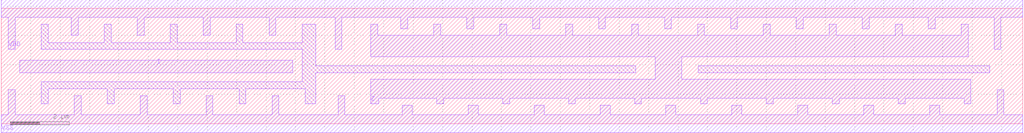
<source format=lef>
# Copyright 2022 GlobalFoundries PDK Authors
#
# Licensed under the Apache License, Version 2.0 (the "License");
# you may not use this file except in compliance with the License.
# You may obtain a copy of the License at
#
#      http://www.apache.org/licenses/LICENSE-2.0
#
# Unless required by applicable law or agreed to in writing, software
# distributed under the License is distributed on an "AS IS" BASIS,
# WITHOUT WARRANTIES OR CONDITIONS OF ANY KIND, either express or implied.
# See the License for the specific language governing permissions and
# limitations under the License.

MACRO gf180mcu_fd_sc_mcu7t5v0__buf_20
  CLASS core ;
  FOREIGN gf180mcu_fd_sc_mcu7t5v0__buf_20 0.0 0.0 ;
  ORIGIN 0 0 ;
  SYMMETRY X Y ;
  SITE GF018hv5v_mcu_sc7 ;
  SIZE 34.72 BY 3.92 ;
  PIN I
    DIRECTION INPUT ;
    ANTENNAGATEAREA 11.02 ;
    PORT
      LAYER Metal1 ;
        POLYGON 0.63 1.74 9.9 1.74 9.9 2.15 0.63 2.15  ;
    END
  END I
  PIN Z
    DIRECTION OUTPUT ;
    ANTENNADIFFAREA 11.828 ;
    PORT
      LAYER Metal1 ;
        POLYGON 12.565 2.27 21.57 2.27 22.23 2.27 22.23 1.51 12.565 1.51 12.565 0.675 12.825 0.675 12.825 0.865 14.805 0.865 14.805 0.675 15.035 0.675 15.035 0.865 17.045 0.865 17.045 0.675 17.275 0.675 17.275 0.865 19.285 0.865 19.285 0.675 19.515 0.675 19.515 0.865 21.525 0.865 21.525 0.675 21.755 0.675 21.755 0.865 23.765 0.865 23.765 0.675 23.995 0.675 23.995 0.865 26.005 0.865 26.005 0.675 26.235 0.675 26.235 0.865 28.245 0.865 28.245 0.675 28.475 0.675 28.475 0.865 30.485 0.865 30.485 0.675 30.715 0.675 30.715 0.865 32.725 0.865 32.725 0.675 32.955 0.675 32.955 1.51 23.13 1.51 23.13 2.27 32.855 2.27 32.855 3.38 32.625 3.38 32.625 3 30.615 3 30.615 3.38 30.385 3.38 30.385 3 28.375 3 28.375 3.38 28.145 3.38 28.145 3 26.135 3 26.135 3.38 25.905 3.38 25.905 3 23.895 3 23.895 3.38 23.665 3.38 23.665 3 21.655 3 21.655 3.38 21.57 3.38 21.425 3.38 21.425 3 19.415 3 19.415 3.38 19.185 3.38 19.185 3 17.175 3 17.175 3.38 16.945 3.38 16.945 3 14.935 3 14.935 3.38 14.705 3.38 14.705 3 12.795 3 12.795 3.38 12.565 3.38  ;
    END
  END Z
  PIN VDD
    DIRECTION INOUT ;
    USE power ;
    SHAPE ABUTMENT ;
    PORT
      LAYER Metal1 ;
        POLYGON 0 3.62 0.245 3.62 0.245 2.53 0.475 2.53 0.475 3.62 2.385 3.62 2.385 3 2.615 3 2.615 3.62 4.625 3.62 4.625 3 4.855 3 4.855 3.62 6.865 3.62 6.865 3 7.095 3 7.095 3.62 9.105 3.62 9.105 3 9.335 3 9.335 3.62 11.345 3.62 11.345 2.53 11.575 2.53 11.575 3.62 13.585 3.62 13.585 3.23 13.815 3.23 13.815 3.62 15.825 3.62 15.825 3.23 16.055 3.23 16.055 3.62 18.065 3.62 18.065 3.23 18.295 3.23 18.295 3.62 20.305 3.62 20.305 3.23 20.535 3.23 20.535 3.62 21.57 3.62 22.545 3.62 22.545 3.23 22.775 3.23 22.775 3.62 24.785 3.62 24.785 3.23 25.015 3.23 25.015 3.62 27.025 3.62 27.025 3.23 27.255 3.23 27.255 3.62 29.265 3.62 29.265 3.23 29.495 3.23 29.495 3.62 31.505 3.62 31.505 3.23 31.735 3.23 31.735 3.62 33.6 3.62 33.745 3.62 33.745 2.53 33.975 2.53 33.975 3.62 34.72 3.62 34.72 4.22 33.6 4.22 21.57 4.22 0 4.22  ;
    END
  END VDD
  PIN VSS
    DIRECTION INOUT ;
    USE ground ;
    SHAPE ABUTMENT ;
    PORT
      LAYER Metal1 ;
        POLYGON 0 -0.3 34.72 -0.3 34.72 0.3 34.075 0.3 34.075 1.16 33.845 1.16 33.845 0.3 31.89 0.3 31.89 0.635 31.55 0.635 31.55 0.3 29.65 0.3 29.65 0.635 29.31 0.635 29.31 0.3 27.41 0.3 27.41 0.635 27.07 0.635 27.07 0.3 25.17 0.3 25.17 0.635 24.83 0.635 24.83 0.3 22.93 0.3 22.93 0.635 22.59 0.635 22.59 0.3 20.69 0.3 20.69 0.635 20.35 0.635 20.35 0.3 18.45 0.3 18.45 0.635 18.11 0.635 18.11 0.3 16.21 0.3 16.21 0.635 15.87 0.635 15.87 0.3 13.97 0.3 13.97 0.635 13.63 0.635 13.63 0.3 11.675 0.3 11.675 0.96 11.445 0.96 11.445 0.3 9.435 0.3 9.435 0.96 9.205 0.96 9.205 0.3 7.195 0.3 7.195 0.96 6.965 0.96 6.965 0.3 4.955 0.3 4.955 0.96 4.725 0.96 4.725 0.3 2.715 0.3 2.715 0.96 2.485 0.96 2.485 0.3 0.475 0.3 0.475 1.16 0.245 1.16 0.245 0.3 0 0.3  ;
    END
  END VSS
  OBS
      LAYER Metal1 ;
        POLYGON 1.365 2.53 10.225 2.53 10.225 1.42 1.365 1.42 1.365 0.675 1.595 0.675 1.595 1.19 3.605 1.19 3.605 0.675 3.835 0.675 3.835 1.19 5.845 1.19 5.845 0.675 6.075 0.675 6.075 1.19 8.085 1.19 8.085 0.675 8.315 0.675 8.315 1.19 10.325 1.19 10.325 0.675 10.68 0.675 10.68 1.74 21.57 1.74 21.57 1.97 10.68 1.97 10.68 3.38 10.225 3.38 10.225 2.76 8.215 2.76 8.215 3.38 7.985 3.38 7.985 2.76 5.975 2.76 5.975 3.38 5.745 3.38 5.745 2.76 3.735 2.76 3.735 3.38 3.505 3.38 3.505 2.76 1.595 2.76 1.595 3.38 1.365 3.38  ;
        POLYGON 23.68 1.74 33.6 1.74 33.6 1.97 23.68 1.97  ;
  END
END gf180mcu_fd_sc_mcu7t5v0__buf_20

</source>
